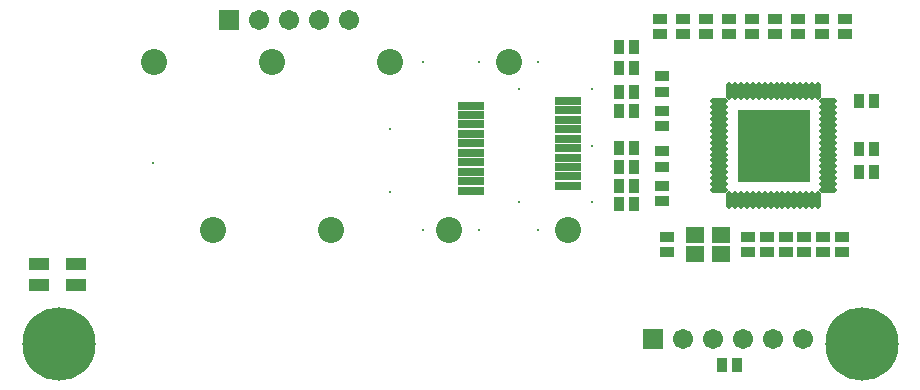
<source format=gts>
G04*
G04 #@! TF.GenerationSoftware,Altium Limited,Altium Designer,18.1.11 (251)*
G04*
G04 Layer_Color=8388736*
%FSLAX25Y25*%
%MOIN*%
G70*
G01*
G75*
%ADD23R,0.08674X0.02769*%
%ADD24R,0.03556X0.04540*%
%ADD25R,0.06706X0.04343*%
%ADD26O,0.01784X0.05918*%
%ADD27O,0.05918X0.01784*%
%ADD28R,0.24422X0.24422*%
%ADD29R,0.04540X0.03556*%
%ADD30R,0.06312X0.05524*%
%ADD31C,0.00800*%
%ADD32C,0.08674*%
%ADD33R,0.06706X0.06706*%
%ADD34C,0.06706*%
%ADD35C,0.24422*%
%ADD36C,0.02769*%
D23*
X403925Y497909D02*
D03*
Y494760D02*
D03*
Y491610D02*
D03*
Y488461D02*
D03*
Y485311D02*
D03*
X371642Y467988D02*
D03*
Y471138D02*
D03*
Y474287D02*
D03*
Y477437D02*
D03*
Y480587D02*
D03*
Y483736D02*
D03*
Y486886D02*
D03*
Y490035D02*
D03*
Y493185D02*
D03*
X403925Y482161D02*
D03*
Y479012D02*
D03*
Y475862D02*
D03*
Y472713D02*
D03*
Y469563D02*
D03*
X371642Y496335D02*
D03*
D24*
X460405Y410000D02*
D03*
X455287D02*
D03*
X426118Y463390D02*
D03*
X421000D02*
D03*
X426118Y469500D02*
D03*
X421000D02*
D03*
X426118Y475862D02*
D03*
X421000D02*
D03*
X426118Y482161D02*
D03*
X421000D02*
D03*
X420941Y516000D02*
D03*
X426059D02*
D03*
X426059Y509000D02*
D03*
X420941D02*
D03*
X426118Y501000D02*
D03*
X421000D02*
D03*
X426118Y494610D02*
D03*
X421000D02*
D03*
X500941Y474090D02*
D03*
X506059D02*
D03*
X500941Y481965D02*
D03*
X506059D02*
D03*
X500941Y497713D02*
D03*
X506059D02*
D03*
D25*
X227881Y436457D02*
D03*
Y443544D02*
D03*
X240086Y436457D02*
D03*
Y443544D02*
D03*
D26*
X457846Y464839D02*
D03*
X459815D02*
D03*
X461784D02*
D03*
X463752D02*
D03*
X465721D02*
D03*
X467689D02*
D03*
X469658D02*
D03*
X471626D02*
D03*
X473595D02*
D03*
X475563D02*
D03*
X477531D02*
D03*
X479500D02*
D03*
X481468D02*
D03*
X483437D02*
D03*
X485405D02*
D03*
X487374D02*
D03*
Y501059D02*
D03*
X485405D02*
D03*
X483437D02*
D03*
X481468D02*
D03*
X479500D02*
D03*
X477531D02*
D03*
X475563D02*
D03*
X473595D02*
D03*
X471626D02*
D03*
X469658D02*
D03*
X467689D02*
D03*
X465721D02*
D03*
X463752D02*
D03*
X461784D02*
D03*
X459815D02*
D03*
X457846D02*
D03*
D27*
X490721Y468185D02*
D03*
Y470154D02*
D03*
Y472122D02*
D03*
Y474090D02*
D03*
Y476059D02*
D03*
Y478028D02*
D03*
Y479996D02*
D03*
Y481965D02*
D03*
Y483933D02*
D03*
Y485902D02*
D03*
Y487870D02*
D03*
Y489839D02*
D03*
Y491807D02*
D03*
Y493776D02*
D03*
Y495744D02*
D03*
Y497713D02*
D03*
X454500D02*
D03*
Y495744D02*
D03*
Y493776D02*
D03*
Y491807D02*
D03*
Y489839D02*
D03*
Y487870D02*
D03*
Y485902D02*
D03*
Y483933D02*
D03*
Y481965D02*
D03*
Y479996D02*
D03*
Y478028D02*
D03*
Y476059D02*
D03*
Y474090D02*
D03*
Y472122D02*
D03*
Y470154D02*
D03*
Y468185D02*
D03*
D28*
X472610Y482949D02*
D03*
D29*
X496320Y520141D02*
D03*
Y525259D02*
D03*
X488605Y520141D02*
D03*
Y525259D02*
D03*
X480890Y520141D02*
D03*
Y525259D02*
D03*
X473175D02*
D03*
Y520141D02*
D03*
X465460D02*
D03*
Y525259D02*
D03*
X457745D02*
D03*
Y520141D02*
D03*
X450030D02*
D03*
Y525259D02*
D03*
X442315Y520141D02*
D03*
Y525259D02*
D03*
X434600D02*
D03*
Y520141D02*
D03*
X437185Y452661D02*
D03*
Y447543D02*
D03*
X435500Y464441D02*
D03*
Y469559D02*
D03*
X435500Y481059D02*
D03*
Y475941D02*
D03*
Y506059D02*
D03*
Y500941D02*
D03*
X435500Y489441D02*
D03*
Y494559D02*
D03*
X464185Y447543D02*
D03*
Y452661D02*
D03*
X470415D02*
D03*
Y447543D02*
D03*
X476644Y452661D02*
D03*
Y447543D02*
D03*
X482874Y452661D02*
D03*
Y447543D02*
D03*
X489103Y452661D02*
D03*
Y447543D02*
D03*
X495333Y452661D02*
D03*
Y447543D02*
D03*
D30*
X455016Y446953D02*
D03*
Y453252D02*
D03*
X446354Y446953D02*
D03*
Y453252D02*
D03*
D31*
X387784Y464051D02*
D03*
Y501847D02*
D03*
X394083Y511000D02*
D03*
X374398D02*
D03*
X355894D02*
D03*
X412193Y501847D02*
D03*
Y482949D02*
D03*
Y464051D02*
D03*
X394083Y454898D02*
D03*
X374398D02*
D03*
X355894D02*
D03*
X344870Y488638D02*
D03*
Y467378D02*
D03*
X265736Y477220D02*
D03*
D32*
X266130Y511000D02*
D03*
X305500D02*
D03*
X344870D02*
D03*
X384240D02*
D03*
X364555Y454898D02*
D03*
X403925D02*
D03*
X325185D02*
D03*
X285815D02*
D03*
D33*
X291000Y525000D02*
D03*
X432500Y418575D02*
D03*
D34*
X301000Y525000D02*
D03*
X311000D02*
D03*
X321000D02*
D03*
X331000D02*
D03*
X482500Y418575D02*
D03*
X472500D02*
D03*
X462500D02*
D03*
X452500D02*
D03*
X442500D02*
D03*
D35*
X234248Y416827D02*
D03*
X501965D02*
D03*
D36*
X463949Y474287D02*
D03*
Y478618D02*
D03*
Y482949D02*
D03*
Y487280D02*
D03*
Y491610D02*
D03*
X468280Y474287D02*
D03*
Y478618D02*
D03*
Y482949D02*
D03*
Y487280D02*
D03*
Y491610D02*
D03*
X472610Y474287D02*
D03*
Y478618D02*
D03*
Y482949D02*
D03*
Y487280D02*
D03*
Y491610D02*
D03*
X476941Y474287D02*
D03*
Y478618D02*
D03*
Y482949D02*
D03*
Y487280D02*
D03*
Y491610D02*
D03*
X481272Y474287D02*
D03*
Y478618D02*
D03*
Y482949D02*
D03*
Y487280D02*
D03*
Y491610D02*
D03*
M02*

</source>
